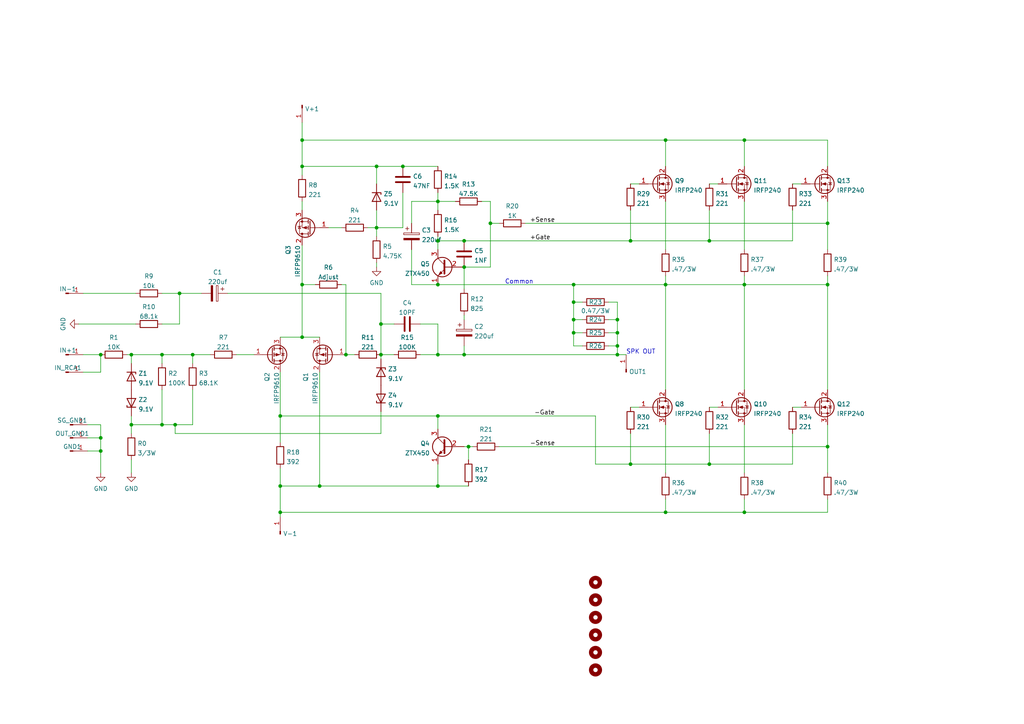
<source format=kicad_sch>
(kicad_sch (version 20211123) (generator eeschema)
  (paper "A4")
  (lib_symbols
    (symbol "Connector:Conn_01x01_Male" (pin_names (offset 1.016) hide)
      (property "Reference" "J" (at 0 2.54 0))
      (property "Value" "Conn_01x01_Male" (at 0 -2.54 0))
      (symbol "Conn_01x01_Male_1_1"
        (polyline (pts (xy 1.27 0) (xy 0.8636 0)) (stroke (width 0.1524)))
        (rectangle (start 0.8636 0.127) (end 0 -0.127) (stroke (width 0.1524)) (fill (type outline)))
        (pin passive line (at 5.08 0 180) (length 3.81) (name "Pin_1") (number "1"))
      )
    )
    (symbol "Device:C" (pin_numbers hide) (pin_names (offset 0.254))
      (property "Reference" "C" (at 0.635 2.54 0))
      (property "Value" "C" (at 0.635 -2.54 0))
      (symbol "C_0_1"
        (polyline (pts (xy -2.032 -0.762) (xy 2.032 -0.762)) (stroke (width 0.508)))
        (polyline (pts (xy -2.032 0.762) (xy 2.032 0.762)) (stroke (width 0.508)))
      )
      (symbol "C_1_1"
        (pin passive line (at 0 3.81 270) (length 2.794) (name "~") (number "1"))
        (pin passive line (at 0 -3.81 90) (length 2.794) (name "~") (number "2"))
      )
    )
    (symbol "Device:C_Polarized" (pin_numbers hide) (pin_names (offset 0.254))
      (property "Reference" "C" (at 0.635 2.54 0))
      (property "Value" "C_Polarized" (at 0.635 -2.54 0))
      (symbol "C_Polarized_0_1"
        (rectangle (start -2.286 0.508) (end 2.286 1.016))
        (polyline (pts (xy -1.778 2.286) (xy -0.762 2.286)))
        (polyline (pts (xy -1.27 2.794) (xy -1.27 1.778)))
        (rectangle (start 2.286 -0.508) (end -2.286 -1.016) (fill (type outline)))
      )
      (symbol "C_Polarized_1_1"
        (pin passive line (at 0 3.81 270) (length 2.794) (name "~") (number "1"))
        (pin passive line (at 0 -3.81 90) (length 2.794) (name "~") (number "2"))
      )
    )
    (symbol "Device:D_Zener" (pin_numbers hide) (pin_names (offset 1.016) hide)
      (property "Reference" "D" (at 0 2.54 0))
      (property "Value" "D_Zener" (at 0 -2.54 0))
      (symbol "D_Zener_0_1"
        (polyline (pts (xy 1.27 0) (xy -1.27 0)))
        (polyline (pts (xy -1.27 -1.27) (xy -1.27 1.27) (xy -0.762 1.27)) (stroke (width 0.254)))
        (polyline (pts (xy 1.27 -1.27) (xy 1.27 1.27) (xy -1.27 0) (xy 1.27 -1.27)) (stroke (width 0.254)))
      )
      (symbol "D_Zener_1_1"
        (pin passive line (at -3.81 0 0) (length 2.54) (name "K") (number "1"))
        (pin passive line (at 3.81 0 180) (length 2.54) (name "A") (number "2"))
      )
    )
    (symbol "Device:Q_NMOS_GDS" (pin_names (offset 0) hide)
      (property "Reference" "Q" (at 5.08 1.27 0))
      (property "Value" "Q_NMOS_GDS" (at 5.08 -1.27 0))
      (symbol "Q_NMOS_GDS_0_1"
        (polyline (pts (xy 0.254 0) (xy -2.54 0)))
        (polyline (pts (xy 0.254 1.905) (xy 0.254 -1.905)) (stroke (width 0.254)))
        (polyline (pts (xy 0.762 -1.27) (xy 0.762 -2.286)) (stroke (width 0.254)))
        (polyline (pts (xy 0.762 0.508) (xy 0.762 -0.508)) (stroke (width 0.254)))
        (polyline (pts (xy 0.762 2.286) (xy 0.762 1.27)) (stroke (width 0.254)))
        (polyline (pts (xy 2.54 2.54) (xy 2.54 1.778)))
        (polyline (pts (xy 2.54 -2.54) (xy 2.54 0) (xy 0.762 0)))
        (polyline (pts (xy 0.762 -1.778) (xy 3.302 -1.778) (xy 3.302 1.778) (xy 0.762 1.778)))
        (polyline (pts (xy 1.016 0) (xy 2.032 0.381) (xy 2.032 -0.381) (xy 1.016 0)) (fill (type outline)))
        (polyline (pts (xy 2.794 0.508) (xy 2.921 0.381) (xy 3.683 0.381) (xy 3.81 0.254)))
        (polyline (pts (xy 3.302 0.381) (xy 2.921 -0.254) (xy 3.683 -0.254) (xy 3.302 0.381)))
        (circle (center 1.651 0) (radius 2.794) (stroke (width 0.254)))
        (circle (center 2.54 -1.778) (radius 0.254) (fill (type outline)))
        (circle (center 2.54 1.778) (radius 0.254) (fill (type outline)))
      )
      (symbol "Q_NMOS_GDS_1_1"
        (pin input line (at -5.08 0 0) (length 2.54) (name "G") (number "1"))
        (pin passive line (at 2.54 5.08 270) (length 2.54) (name "D") (number "2"))
        (pin passive line (at 2.54 -5.08 90) (length 2.54) (name "S") (number "3"))
      )
    )
    (symbol "Device:Q_NPN_EBC" (pin_names (offset 0) hide)
      (property "Reference" "Q" (at 5.08 1.27 0))
      (property "Value" "Q_NPN_EBC" (at 5.08 -1.27 0))
      (symbol "Q_NPN_EBC_0_1"
        (polyline (pts (xy 0.635 0.635) (xy 2.54 2.54)))
        (polyline (pts (xy 0.635 -0.635) (xy 2.54 -2.54) (xy 2.54 -2.54)))
        (polyline (pts (xy 0.635 1.905) (xy 0.635 -1.905) (xy 0.635 -1.905)) (stroke (width 0.508)))
        (polyline (pts (xy 1.27 -1.778) (xy 1.778 -1.27) (xy 2.286 -2.286) (xy 1.27 -1.778) (xy 1.27 -1.778)) (fill (type outline)))
        (circle (center 1.27 0) (radius 2.8194) (stroke (width 0.254)))
      )
      (symbol "Q_NPN_EBC_1_1"
        (pin passive line (at 2.54 -5.08 90) (length 2.54) (name "E") (number "1"))
        (pin passive line (at -5.08 0 0) (length 5.715) (name "B") (number "2"))
        (pin passive line (at 2.54 5.08 270) (length 2.54) (name "C") (number "3"))
      )
    )
    (symbol "Device:Q_PMOS_GDS" (pin_names (offset 0) hide)
      (property "Reference" "Q" (at 5.08 1.27 0))
      (property "Value" "Q_PMOS_GDS" (at 5.08 -1.27 0))
      (symbol "Q_PMOS_GDS_0_1"
        (polyline (pts (xy 0.254 0) (xy -2.54 0)))
        (polyline (pts (xy 0.254 1.905) (xy 0.254 -1.905)) (stroke (width 0.254)))
        (polyline (pts (xy 0.762 -1.27) (xy 0.762 -2.286)) (stroke (width 0.254)))
        (polyline (pts (xy 0.762 0.508) (xy 0.762 -0.508)) (stroke (width 0.254)))
        (polyline (pts (xy 0.762 2.286) (xy 0.762 1.27)) (stroke (width 0.254)))
        (polyline (pts (xy 2.54 2.54) (xy 2.54 1.778)))
        (polyline (pts (xy 2.54 -2.54) (xy 2.54 0) (xy 0.762 0)))
        (polyline (pts (xy 0.762 1.778) (xy 3.302 1.778) (xy 3.302 -1.778) (xy 0.762 -1.778)))
        (polyline (pts (xy 2.286 0) (xy 1.27 0.381) (xy 1.27 -0.381) (xy 2.286 0)) (fill (type outline)))
        (polyline (pts (xy 2.794 -0.508) (xy 2.921 -0.381) (xy 3.683 -0.381) (xy 3.81 -0.254)))
        (polyline (pts (xy 3.302 -0.381) (xy 2.921 0.254) (xy 3.683 0.254) (xy 3.302 -0.381)))
        (circle (center 1.651 0) (radius 2.794) (stroke (width 0.254)))
        (circle (center 2.54 -1.778) (radius 0.254) (fill (type outline)))
        (circle (center 2.54 1.778) (radius 0.254) (fill (type outline)))
      )
      (symbol "Q_PMOS_GDS_1_1"
        (pin input line (at -5.08 0 0) (length 2.54) (name "G") (number "1"))
        (pin passive line (at 2.54 5.08 270) (length 2.54) (name "D") (number "2"))
        (pin passive line (at 2.54 -5.08 90) (length 2.54) (name "S") (number "3"))
      )
    )
    (symbol "Device:R" (pin_numbers hide) (pin_names (offset 0))
      (property "Reference" "R" (at 2.032 0 90))
      (property "Value" "R" (at 0 0 90))
      (symbol "R_0_1"
        (rectangle (start -1.016 -2.54) (end 1.016 2.54) (stroke (width 0.254)))
      )
      (symbol "R_1_1"
        (pin passive line (at 0 3.81 270) (length 1.27) (name "~") (number "1"))
        (pin passive line (at 0 -3.81 90) (length 1.27) (name "~") (number "2"))
      )
    )
    (symbol "Mechanical:MountingHole" (pin_names (offset 1.016))
      (property "Reference" "H" (at 0 5.08 0))
      (property "Value" "MountingHole" (at 0 3.175 0))
      (symbol "MountingHole_0_1"
        (circle (center 0 0) (radius 1.27) (stroke (width 1.27)))
      )
    )
    (symbol "power:GND" (power) (pin_names (offset 0))
      (property "Value" "GND" (at 0 -3.81 0))
      (symbol "GND_0_1"
        (polyline (pts (xy 0 0) (xy 0 -1.27) (xy 1.27 -1.27) (xy 0 -2.54) (xy -1.27 -1.27) (xy 0 -1.27)))
      )
      (symbol "GND_1_1"
        (pin power_in line (at 0 0 270) (length 0) hide (name "GND") (number "1"))
      )
    )
  )
  (junction (at 135.89 129.54))
  (junction (at 81.28 120.65))
  (junction (at 193.04 40.64))
  (junction (at 127 58.42))
  (junction (at 193.04 148.59))
  (junction (at 46.99 123.19))
  (junction (at 50.8 123.19))
  (junction (at 38.1 123.19))
  (junction (at 134.62 77.47))
  (junction (at 127 102.87))
  (junction (at 81.28 148.59))
  (junction (at 87.63 82.55))
  (junction (at 127 140.97))
  (junction (at 166.37 92.71))
  (junction (at 182.88 69.85))
  (junction (at 127 69.85))
  (junction (at 29.21 130.81))
  (junction (at 134.62 69.85))
  (junction (at 166.37 82.55))
  (junction (at 127 120.65))
  (junction (at 240.03 129.54))
  (junction (at 87.63 97.79))
  (junction (at 100.33 102.87))
  (junction (at 179.07 100.33))
  (junction (at 205.74 69.85))
  (junction (at 81.28 140.97))
  (junction (at 55.88 102.87))
  (junction (at 29.21 102.87))
  (junction (at 142.24 64.77))
  (junction (at 179.07 92.71))
  (junction (at 87.63 40.64))
  (junction (at 116.84 48.26))
  (junction (at 179.07 102.87))
  (junction (at 193.04 82.55))
  (junction (at 166.37 96.52))
  (junction (at 205.74 134.62))
  (junction (at 215.9 82.55))
  (junction (at 166.37 87.63))
  (junction (at 110.49 102.87))
  (junction (at 182.88 134.62))
  (junction (at 179.07 96.52))
  (junction (at 87.63 48.26))
  (junction (at 29.21 127))
  (junction (at 240.03 82.55))
  (junction (at 46.99 102.87))
  (junction (at 127 82.55))
  (junction (at 52.07 85.09))
  (junction (at 109.22 66.04))
  (junction (at 110.49 93.98))
  (junction (at 109.22 48.26))
  (junction (at 215.9 148.59))
  (junction (at 38.1 102.87))
  (junction (at 215.9 40.64))
  (junction (at 240.03 64.77))
  (junction (at 92.71 140.97))
  (junction (at 134.62 102.87))
  (wire (pts (xy 110.49 102.87) (xy 110.49 104.14)))
  (wire (pts (xy 193.04 40.64) (xy 215.9 40.64)))
  (wire (pts (xy 240.03 129.54) (xy 240.03 123.19)))
  (wire (pts (xy 50.8 123.19) (xy 50.8 125.73)))
  (wire (pts (xy 38.1 123.19) (xy 46.99 123.19)))
  (wire (pts (xy 182.88 69.85) (xy 182.88 60.96)))
  (wire (pts (xy 240.03 64.77) (xy 240.03 58.42)))
  (wire (pts (xy 66.04 85.09) (xy 110.49 85.09)))
  (wire (pts (xy 38.1 133.35) (xy 38.1 137.16)))
  (wire (pts (xy 127 58.42) (xy 132.08 58.42)))
  (wire (pts (xy 193.04 82.55) (xy 193.04 113.03)))
  (wire (pts (xy 179.07 102.87) (xy 181.61 102.87)))
  (wire (pts (xy 134.62 91.44) (xy 134.62 92.71)))
  (wire (pts (xy 179.07 87.63) (xy 179.07 92.71)))
  (wire (pts (xy 205.74 53.34) (xy 208.28 53.34)))
  (wire (pts (xy 215.9 148.59) (xy 240.03 148.59)))
  (wire (pts (xy 229.87 60.96) (xy 229.87 69.85)))
  (wire (pts (xy 81.28 97.79) (xy 87.63 97.79)))
  (wire (pts (xy 152.4 64.77) (xy 240.03 64.77)))
  (wire (pts (xy 127 69.85) (xy 127 72.39)))
  (wire (pts (xy 87.63 82.55) (xy 87.63 71.12)))
  (wire (pts (xy 215.9 40.64) (xy 215.9 48.26)))
  (wire (pts (xy 121.92 93.98) (xy 127 93.98)))
  (wire (pts (xy 193.04 144.78) (xy 193.04 148.59)))
  (wire (pts (xy 127 140.97) (xy 92.71 140.97)))
  (wire (pts (xy 110.49 119.38) (xy 110.49 125.73)))
  (wire (pts (xy 55.88 102.87) (xy 60.96 102.87)))
  (wire (pts (xy 166.37 96.52) (xy 166.37 92.71)))
  (wire (pts (xy 109.22 48.26) (xy 116.84 48.26)))
  (wire (pts (xy 38.1 123.19) (xy 38.1 125.73)))
  (wire (pts (xy 193.04 40.64) (xy 193.04 48.26)))
  (wire (pts (xy 127 93.98) (xy 127 102.87)))
  (wire (pts (xy 240.03 40.64) (xy 240.03 48.26)))
  (wire (pts (xy 134.62 77.47) (xy 134.62 83.82)))
  (wire (pts (xy 25.4 123.19) (xy 29.21 123.19)))
  (wire (pts (xy 92.71 140.97) (xy 81.28 140.97)))
  (wire (pts (xy 92.71 107.95) (xy 92.71 140.97)))
  (wire (pts (xy 110.49 102.87) (xy 114.3 102.87)))
  (wire (pts (xy 182.88 118.11) (xy 185.42 118.11)))
  (wire (pts (xy 55.88 113.03) (xy 55.88 123.19)))
  (wire (pts (xy 166.37 82.55) (xy 193.04 82.55)))
  (wire (pts (xy 229.87 118.11) (xy 232.41 118.11)))
  (wire (pts (xy 229.87 53.34) (xy 232.41 53.34)))
  (wire (pts (xy 46.99 102.87) (xy 55.88 102.87)))
  (wire (pts (xy 193.04 72.39) (xy 193.04 58.42)))
  (wire (pts (xy 38.1 102.87) (xy 38.1 105.41)))
  (wire (pts (xy 81.28 148.59) (xy 193.04 148.59)))
  (wire (pts (xy 135.89 129.54) (xy 137.16 129.54)))
  (wire (pts (xy 116.84 48.26) (xy 127 48.26)))
  (wire (pts (xy 87.63 58.42) (xy 87.63 60.96)))
  (wire (pts (xy 193.04 137.16) (xy 193.04 123.19)))
  (wire (pts (xy 229.87 125.73) (xy 229.87 134.62)))
  (wire (pts (xy 116.84 55.88) (xy 116.84 66.04)))
  (wire (pts (xy 142.24 64.77) (xy 144.78 64.77)))
  (wire (pts (xy 119.38 58.42) (xy 127 58.42)))
  (wire (pts (xy 119.38 64.77) (xy 119.38 58.42)))
  (wire (pts (xy 110.49 93.98) (xy 110.49 102.87)))
  (wire (pts (xy 119.38 72.39) (xy 119.38 82.55)))
  (wire (pts (xy 127 68.58) (xy 127 69.85)))
  (wire (pts (xy 168.91 100.33) (xy 166.37 100.33)))
  (wire (pts (xy 127 134.62) (xy 127 140.97)))
  (wire (pts (xy 52.07 85.09) (xy 58.42 85.09)))
  (wire (pts (xy 142.24 58.42) (xy 139.7 58.42)))
  (wire (pts (xy 24.13 107.95) (xy 29.21 107.95)))
  (wire (pts (xy 205.74 125.73) (xy 205.74 134.62)))
  (wire (pts (xy 215.9 82.55) (xy 215.9 113.03)))
  (wire (pts (xy 110.49 93.98) (xy 114.3 93.98)))
  (wire (pts (xy 176.53 87.63) (xy 179.07 87.63)))
  (wire (pts (xy 46.99 102.87) (xy 46.99 105.41)))
  (wire (pts (xy 205.74 60.96) (xy 205.74 69.85)))
  (wire (pts (xy 142.24 77.47) (xy 142.24 64.77)))
  (wire (pts (xy 81.28 140.97) (xy 81.28 148.59)))
  (wire (pts (xy 215.9 137.16) (xy 215.9 123.19)))
  (wire (pts (xy 176.53 96.52) (xy 179.07 96.52)))
  (wire (pts (xy 52.07 85.09) (xy 52.07 93.98)))
  (wire (pts (xy 81.28 135.89) (xy 81.28 140.97)))
  (wire (pts (xy 109.22 60.96) (xy 109.22 66.04)))
  (wire (pts (xy 144.78 129.54) (xy 240.03 129.54)))
  (wire (pts (xy 166.37 92.71) (xy 168.91 92.71)))
  (wire (pts (xy 176.53 92.71) (xy 179.07 92.71)))
  (wire (pts (xy 215.9 82.55) (xy 240.03 82.55)))
  (wire (pts (xy 127 120.65) (xy 172.72 120.65)))
  (wire (pts (xy 166.37 82.55) (xy 166.37 87.63)))
  (wire (pts (xy 193.04 82.55) (xy 215.9 82.55)))
  (wire (pts (xy 106.68 66.04) (xy 109.22 66.04)))
  (wire (pts (xy 172.72 134.62) (xy 182.88 134.62)))
  (wire (pts (xy 215.9 144.78) (xy 215.9 148.59)))
  (wire (pts (xy 36.83 102.87) (xy 38.1 102.87)))
  (wire (pts (xy 38.1 120.65) (xy 38.1 123.19)))
  (wire (pts (xy 179.07 100.33) (xy 179.07 102.87)))
  (wire (pts (xy 229.87 134.62) (xy 205.74 134.62)))
  (wire (pts (xy 166.37 96.52) (xy 168.91 96.52)))
  (wire (pts (xy 110.49 85.09) (xy 110.49 93.98)))
  (wire (pts (xy 109.22 53.34) (xy 109.22 48.26)))
  (wire (pts (xy 134.62 69.85) (xy 182.88 69.85)))
  (wire (pts (xy 87.63 40.64) (xy 193.04 40.64)))
  (wire (pts (xy 121.92 102.87) (xy 127 102.87)))
  (wire (pts (xy 109.22 48.26) (xy 87.63 48.26)))
  (wire (pts (xy 24.13 85.09) (xy 39.37 85.09)))
  (wire (pts (xy 29.21 107.95) (xy 29.21 102.87)))
  (wire (pts (xy 182.88 134.62) (xy 182.88 125.73)))
  (wire (pts (xy 142.24 64.77) (xy 142.24 58.42)))
  (wire (pts (xy 81.28 107.95) (xy 81.28 120.65)))
  (wire (pts (xy 134.62 129.54) (xy 135.89 129.54)))
  (wire (pts (xy 240.03 72.39) (xy 240.03 64.77)))
  (wire (pts (xy 240.03 82.55) (xy 240.03 113.03)))
  (wire (pts (xy 172.72 120.65) (xy 172.72 134.62)))
  (wire (pts (xy 87.63 97.79) (xy 92.71 97.79)))
  (wire (pts (xy 127 102.87) (xy 134.62 102.87)))
  (wire (pts (xy 205.74 118.11) (xy 208.28 118.11)))
  (wire (pts (xy 166.37 92.71) (xy 166.37 87.63)))
  (wire (pts (xy 166.37 100.33) (xy 166.37 96.52)))
  (wire (pts (xy 81.28 120.65) (xy 127 120.65)))
  (wire (pts (xy 205.74 69.85) (xy 182.88 69.85)))
  (wire (pts (xy 29.21 130.81) (xy 29.21 137.16)))
  (wire (pts (xy 81.28 148.59) (xy 81.28 149.86)))
  (wire (pts (xy 134.62 77.47) (xy 142.24 77.47)))
  (wire (pts (xy 38.1 102.87) (xy 46.99 102.87)))
  (wire (pts (xy 205.74 134.62) (xy 182.88 134.62)))
  (wire (pts (xy 87.63 82.55) (xy 91.44 82.55)))
  (wire (pts (xy 95.25 66.04) (xy 99.06 66.04)))
  (wire (pts (xy 179.07 92.71) (xy 179.07 96.52)))
  (wire (pts (xy 127 82.55) (xy 166.37 82.55)))
  (wire (pts (xy 119.38 82.55) (xy 127 82.55)))
  (wire (pts (xy 24.13 102.87) (xy 29.21 102.87)))
  (wire (pts (xy 109.22 76.2) (xy 109.22 77.47)))
  (wire (pts (xy 100.33 102.87) (xy 102.87 102.87)))
  (wire (pts (xy 55.88 102.87) (xy 55.88 105.41)))
  (wire (pts (xy 29.21 127) (xy 29.21 130.81)))
  (wire (pts (xy 99.06 82.55) (xy 100.33 82.55)))
  (wire (pts (xy 166.37 87.63) (xy 168.91 87.63)))
  (wire (pts (xy 134.62 102.87) (xy 179.07 102.87)))
  (wire (pts (xy 215.9 80.01) (xy 215.9 82.55)))
  (wire (pts (xy 215.9 72.39) (xy 215.9 58.42)))
  (wire (pts (xy 87.63 48.26) (xy 87.63 50.8)))
  (wire (pts (xy 52.07 93.98) (xy 46.99 93.98)))
  (wire (pts (xy 29.21 123.19) (xy 29.21 127)))
  (wire (pts (xy 46.99 123.19) (xy 50.8 123.19)))
  (wire (pts (xy 240.03 137.16) (xy 240.03 129.54)))
  (wire (pts (xy 240.03 80.01) (xy 240.03 82.55)))
  (wire (pts (xy 127 120.65) (xy 127 124.46)))
  (wire (pts (xy 100.33 82.55) (xy 100.33 102.87)))
  (wire (pts (xy 179.07 96.52) (xy 179.07 100.33)))
  (wire (pts (xy 134.62 100.33) (xy 134.62 102.87)))
  (wire (pts (xy 116.84 66.04) (xy 109.22 66.04)))
  (wire (pts (xy 127 69.85) (xy 134.62 69.85)))
  (wire (pts (xy 46.99 85.09) (xy 52.07 85.09)))
  (wire (pts (xy 240.03 144.78) (xy 240.03 148.59)))
  (wire (pts (xy 25.4 127) (xy 29.21 127)))
  (wire (pts (xy 182.88 53.34) (xy 185.42 53.34)))
  (wire (pts (xy 176.53 100.33) (xy 179.07 100.33)))
  (wire (pts (xy 87.63 35.56) (xy 87.63 40.64)))
  (wire (pts (xy 193.04 80.01) (xy 193.04 82.55)))
  (wire (pts (xy 87.63 40.64) (xy 87.63 48.26)))
  (wire (pts (xy 22.86 93.98) (xy 39.37 93.98)))
  (wire (pts (xy 110.49 125.73) (xy 50.8 125.73)))
  (wire (pts (xy 46.99 113.03) (xy 46.99 123.19)))
  (wire (pts (xy 215.9 40.64) (xy 240.03 40.64)))
  (wire (pts (xy 50.8 123.19) (xy 55.88 123.19)))
  (wire (pts (xy 193.04 148.59) (xy 215.9 148.59)))
  (wire (pts (xy 135.89 129.54) (xy 135.89 133.35)))
  (wire (pts (xy 127 140.97) (xy 135.89 140.97)))
  (wire (pts (xy 25.4 130.81) (xy 29.21 130.81)))
  (wire (pts (xy 109.22 66.04) (xy 109.22 68.58)))
  (wire (pts (xy 127 55.88) (xy 127 58.42)))
  (wire (pts (xy 229.87 69.85) (xy 205.74 69.85)))
  (wire (pts (xy 127 58.42) (xy 127 60.96)))
  (wire (pts (xy 81.28 120.65) (xy 81.28 128.27)))
  (wire (pts (xy 68.58 102.87) (xy 73.66 102.87)))
  (wire (pts (xy 87.63 97.79) (xy 87.63 82.55)))
  (text "SPK OUT\n" (at 181.61 102.87 0) (effects (font (size 1.27 1.27)) (justify left bottom)))
  (text "Common\n" (at 146.431 82.55 0) (effects (font (size 1.27 1.27)) (justify left bottom)))
  (label "-Sense" (at 153.67 129.54 0))
  (label "+Sense" (at 153.67 64.77 0))
  (label "+Gate" (at 153.67 69.85 0))
  (label "-Gate" (at 154.94 120.65 0))
  (symbol (lib_id "Device:D_Zener") (at 109.22 57.15 270) (unit 1)
    (property "Reference" "Z5" (at 111.252 56.2415 90) (effects (justify left)))
    (property "Value" "9.1V" (at 111.252 59.0166 90) (effects (justify left)))
    (property "Footprint" "Diode_SMD:D_SMA" (effects hide))
  )
  (symbol (lib_id "Device:R") (at 64.77 102.87 90) (unit 1)
    (property "Reference" "R7" (at 64.77 97.8875 90))
    (property "Value" "221" (at 64.77 100.6626 90))
    (property "Footprint" "Resistor_SMD:R_1206_3216Metric" (effects hide))
  )
  (symbol (lib_id "Connector:Conn_01x01_Male") (at 20.32 123.19 0) (unit 1)
    (property "Reference" "SG_GND1" (at 20.955 121.9223 0))
    (property "Value" "Conn_01x01_Male" (effects hide))
    (property "Footprint" "Custom Library:Spade Conector 6.3mm TE_1217861" (effects hide))
  )
  (symbol (lib_id "Device:D_Zener") (at 38.1 116.84 90) (unit 1)
    (property "Reference" "Z2" (at 40.132 115.9315 90) (effects (justify right)))
    (property "Value" "9.1V" (at 40.132 118.7066 90) (effects (justify right)))
    (property "Footprint" "Diode_SMD:D_SMA" (effects hide))
  )
  (symbol (lib_id "Device:C_Polarized") (at 134.62 96.52 0) (unit 1)
    (property "Reference" "C2" (at 137.541 94.7225 0) (effects (justify left)))
    (property "Value" "220uf" (at 137.541 97.4976 0) (effects (justify left)))
    (property "Footprint" "Capacitor_SMD:CP_Elec_6.3x5.4_Nichicon" (effects hide))
  )
  (symbol (lib_id "Device:R") (at 215.9 140.97 0) (unit 1)
    (property "Reference" "R38" (at 217.678 140.0615 0) (effects (justify left)))
    (property "Value" ".47/3W" (at 217.678 142.8366 0) (effects (justify left)))
    (property "Footprint" "Resistor_SMD:R_2512_6332Metric" (effects hide))
  )
  (symbol (lib_id "Device:C") (at 118.11 93.98 90) (unit 1)
    (property "Reference" "C4" (at 118.11 87.8545 90))
    (property "Value" "10PF" (at 118.11 90.6296 90))
    (property "Footprint" "Capacitor_THT:C_Rect_L7.0mm_W3.5mm_P2.50mm_P5.00mm" (effects hide))
  )
  (symbol (lib_id "Device:R") (at 205.74 57.15 180) (unit 1)
    (property "Reference" "R31" (at 207.518 56.2415 0) (effects (justify right)))
    (property "Value" "221" (at 207.518 59.0166 0) (effects (justify right)))
    (property "Footprint" "Resistor_SMD:R_1206_3216Metric" (effects hide))
  )
  (symbol (lib_id "Device:Q_NMOS_GDS") (at 190.5 118.11 0) (unit 1)
    (property "Reference" "Q8" (at 195.707 117.2015 0) (effects (justify left)))
    (property "Value" "IRFP240" (at 195.707 119.9766 0) (effects (justify left)))
    (property "Footprint" "Package_TO_SOT_THT:TO-247-3_Vertical" (effects hide))
  )
  (symbol (lib_id "Device:Q_PMOS_GDS") (at 95.25 102.87 180) (unit 1)
    (property "Reference" "Q1" (at 88.6649 107.95 90) (effects (justify left)))
    (property "Value" "IRFP9610" (at 91.44 107.95 90) (effects (justify left)))
    (property "Footprint" "Package_TO_SOT_THT:TO-220-3_Horizontal_TabDown" (effects hide))
  )
  (symbol (lib_id "Device:R") (at 127 52.07 180) (unit 1)
    (property "Reference" "R14" (at 128.778 51.1615 0) (effects (justify right)))
    (property "Value" "1.5K" (at 128.778 53.9366 0) (effects (justify right)))
    (property "Footprint" "Resistor_SMD:R_1206_3216Metric" (effects hide))
  )
  (symbol (lib_id "Device:Q_PMOS_GDS") (at 90.17 66.04 180) (unit 1)
    (property "Reference" "Q3" (at 83.5849 71.12 90) (effects (justify left)))
    (property "Value" "IRFP9610" (at 86.36 71.12 90) (effects (justify left)))
    (property "Footprint" "Package_TO_SOT_THT:TO-220-3_Horizontal_TabDown" (effects hide))
  )
  (symbol (lib_id "Device:R") (at 43.18 93.98 90) (unit 1)
    (property "Reference" "R10" (at 43.18 88.9975 90))
    (property "Value" "68.1k" (at 43.18 91.7726 90))
    (property "Footprint" "Resistor_SMD:R_1206_3216Metric" (effects hide))
  )
  (symbol (lib_id "Device:C_Polarized") (at 119.38 68.58 0) (unit 1)
    (property "Reference" "C3" (at 122.301 66.7825 0) (effects (justify left)))
    (property "Value" "220uf" (at 122.301 69.5576 0) (effects (justify left)))
    (property "Footprint" "Capacitor_SMD:CP_Elec_6.3x5.4_Nichicon" (effects hide))
  )
  (symbol (lib_id "Mechanical:MountingHole") (at 172.72 173.99 0) (unit 1)
    (property "Reference" "H2" (effects hide))
    (property "Value" "MountingHole" (effects hide))
    (property "Footprint" "MountingHole:MountingHole_3.2mm_M3" (effects hide))
  )
  (symbol (lib_id "Device:D_Zener") (at 110.49 115.57 90) (unit 1)
    (property "Reference" "Z4" (at 112.522 114.6615 90) (effects (justify right)))
    (property "Value" "9.1V" (at 112.522 117.4366 90) (effects (justify right)))
    (property "Footprint" "Diode_SMD:D_SMA" (effects hide))
  )
  (symbol (lib_id "Device:D_Zener") (at 38.1 109.22 270) (unit 1)
    (property "Reference" "Z1" (at 40.132 108.3115 90) (effects (justify left)))
    (property "Value" "9.1V" (at 40.132 111.0866 90) (effects (justify left)))
    (property "Footprint" "Diode_SMD:D_SMA" (effects hide))
  )
  (symbol (lib_id "Device:Q_NPN_EBC") (at 129.54 77.47 0) (mirror y) (unit 1)
    (property "Reference" "Q5" (at 124.6887 76.5615 0) (effects (justify left)))
    (property "Value" "ZTX450" (at 124.6887 79.3366 0) (effects (justify left)))
    (property "Footprint" "Package_TO_SOT_THT:TO-92L_Inline_Wide" (effects hide))
  )
  (symbol (lib_id "Device:R") (at 95.25 82.55 90) (unit 1)
    (property "Reference" "R6" (at 95.25 77.5675 90))
    (property "Value" "Adjust" (at 95.25 80.3426 90))
    (property "Footprint" "Resistor_SMD:R_1206_3216Metric" (effects hide))
  )
  (symbol (lib_id "Device:Q_NMOS_GDS") (at 213.36 118.11 0) (unit 1)
    (property "Reference" "Q10" (at 218.567 117.2015 0) (effects (justify left)))
    (property "Value" "IRFP240" (at 218.567 119.9766 0) (effects (justify left)))
    (property "Footprint" "Package_TO_SOT_THT:TO-247-3_Vertical" (effects hide))
  )
  (symbol (lib_id "Device:R") (at 229.87 57.15 180) (unit 1)
    (property "Reference" "R33" (at 231.648 56.2415 0) (effects (justify right)))
    (property "Value" "221" (at 231.648 59.0166 0) (effects (justify right)))
    (property "Footprint" "Resistor_SMD:R_1206_3216Metric" (effects hide))
  )
  (symbol (lib_id "Device:R") (at 118.11 102.87 90) (unit 1)
    (property "Reference" "R15" (at 118.11 97.8875 90))
    (property "Value" "100K" (at 118.11 100.6626 90))
    (property "Footprint" "Resistor_SMD:R_1206_3216Metric" (effects hide))
  )
  (symbol (lib_id "power:GND") (at 109.22 77.47 0) (unit 1)
    (property "Reference" "#PWR0101" (effects hide))
    (property "Value" "GND" (at 109.22 82.0325 0))
  )
  (symbol (lib_id "Device:R") (at 148.59 64.77 270) (unit 1)
    (property "Reference" "R20" (at 148.59 59.7875 90))
    (property "Value" "1K" (at 148.59 62.5626 90))
    (property "Footprint" "Resistor_SMD:R_1206_3216Metric" (effects hide))
  )
  (symbol (lib_id "Device:R") (at 43.18 85.09 90) (unit 1)
    (property "Reference" "R9" (at 43.18 80.1075 90))
    (property "Value" "10k" (at 43.18 82.8826 90))
    (property "Footprint" "Resistor_SMD:R_1206_3216Metric" (effects hide))
  )
  (symbol (lib_id "Device:Q_NMOS_GDS") (at 237.49 53.34 0) (unit 1)
    (property "Reference" "Q13" (at 242.697 52.4315 0) (effects (justify left)))
    (property "Value" "IRFP240" (at 242.697 55.2066 0) (effects (justify left)))
    (property "Footprint" "Package_TO_SOT_THT:TO-247-3_Vertical" (effects hide))
  )
  (symbol (lib_id "Device:R") (at 172.72 87.63 90) (unit 1)
    (property "Reference" "R23" (at 172.72 87.63 90))
    (property "Value" "0.47/3W" (at 172.72 90.17 90))
    (property "Footprint" "Resistor_SMD:R_2512_6332Metric" (effects hide))
  )
  (symbol (lib_id "Device:R") (at 33.02 102.87 90) (unit 1)
    (property "Reference" "R1" (at 33.02 97.8875 90))
    (property "Value" "10K" (at 33.02 100.6626 90))
    (property "Footprint" "Resistor_SMD:R_1206_3216Metric" (effects hide))
  )
  (symbol (lib_id "Device:R") (at 87.63 54.61 180) (unit 1)
    (property "Reference" "R8" (at 89.408 53.7015 0) (effects (justify right)))
    (property "Value" "221" (at 89.408 56.4766 0) (effects (justify right)))
    (property "Footprint" "Resistor_SMD:R_1206_3216Metric" (effects hide))
  )
  (symbol (lib_id "Device:R") (at 172.72 92.71 90) (unit 1)
    (property "Reference" "R24" (at 172.72 92.71 90))
    (property "Value" "0.47/3W" (effects hide))
    (property "Footprint" "Resistor_SMD:R_2512_6332Metric" (effects hide))
  )
  (symbol (lib_id "Device:Q_PMOS_GDS") (at 78.74 102.87 0) (mirror x) (unit 1)
    (property "Reference" "Q2" (at 77.47 107.95 90) (effects (justify left)))
    (property "Value" "IRFP9610" (at 80.2451 107.95 90) (effects (justify left)))
    (property "Footprint" "Package_TO_SOT_THT:TO-220-3_Horizontal_TabDown" (effects hide))
  )
  (symbol (lib_id "Device:R") (at 135.89 137.16 180) (unit 1)
    (property "Reference" "R17" (at 137.668 136.2515 0) (effects (justify right)))
    (property "Value" "392" (at 137.668 139.0266 0) (effects (justify right)))
    (property "Footprint" "Resistor_SMD:R_1206_3216Metric" (effects hide))
  )
  (symbol (lib_id "power:GND") (at 22.86 93.98 270) (unit 1)
    (property "Reference" "#PWR0102" (effects hide))
    (property "Value" "GND" (at 18.2975 93.98 0))
  )
  (symbol (lib_id "power:GND") (at 29.21 137.16 0) (unit 1)
    (property "Reference" "#PWR0104" (effects hide))
    (property "Value" "GND" (at 29.21 141.7225 0))
  )
  (symbol (lib_id "Mechanical:MountingHole") (at 172.72 189.23 0) (unit 1)
    (property "Reference" "H5" (effects hide))
    (property "Value" "MountingHole" (effects hide))
    (property "Footprint" "MountingHole:MountingHole_3.2mm_M3" (effects hide))
  )
  (symbol (lib_id "Mechanical:MountingHole") (at 172.72 184.15 0) (unit 1)
    (property "Reference" "H4" (effects hide))
    (property "Value" "MountingHole" (effects hide))
    (property "Footprint" "MountingHole:MountingHole_3.2mm_M3" (effects hide))
  )
  (symbol (lib_id "Device:R") (at 106.68 102.87 90) (unit 1)
    (property "Reference" "R11" (at 106.68 97.8875 90))
    (property "Value" "221" (at 106.68 100.6626 90))
    (property "Footprint" "Resistor_SMD:R_1206_3216Metric" (effects hide))
  )
  (symbol (lib_id "Device:C") (at 116.84 52.07 0) (unit 1)
    (property "Reference" "C6" (at 119.761 51.1615 0) (effects (justify left)))
    (property "Value" "47NF" (at 119.761 53.9366 0) (effects (justify left)))
    (property "Footprint" "Capacitor_THT:C_Rect_L7.2mm_W4.5mm_P5.00mm_FKS2_FKP2_MKS2_MKP2" (effects hide))
  )
  (symbol (lib_id "Device:Q_NMOS_GDS") (at 237.49 118.11 0) (unit 1)
    (property "Reference" "Q12" (at 242.697 117.2015 0) (effects (justify left)))
    (property "Value" "IRFP240" (at 242.697 119.9766 0) (effects (justify left)))
    (property "Footprint" "Package_TO_SOT_THT:TO-247-3_Vertical" (effects hide))
  )
  (symbol (lib_id "Device:D_Zener") (at 110.49 107.95 270) (unit 1)
    (property "Reference" "Z3" (at 112.522 107.0415 90) (effects (justify left)))
    (property "Value" "9.1V" (at 112.522 109.8166 90) (effects (justify left)))
    (property "Footprint" "Diode_SMD:D_SMA" (effects hide))
  )
  (symbol (lib_id "Device:R") (at 182.88 57.15 180) (unit 1)
    (property "Reference" "R29" (at 184.658 56.2415 0) (effects (justify right)))
    (property "Value" "221" (at 184.658 59.0166 0) (effects (justify right)))
    (property "Footprint" "Resistor_SMD:R_1206_3216Metric" (effects hide))
  )
  (symbol (lib_id "Connector:Conn_01x01_Male") (at 19.05 107.95 0) (unit 1)
    (property "Reference" "IN_RCA1" (at 19.685 106.6823 0))
    (property "Value" "Conn_01x01_Male" (effects hide))
    (property "Footprint" "Custom Library:Spade Conector 6.3mm TE_1217861" (effects hide))
  )
  (symbol (lib_id "Connector:Conn_01x01_Male") (at 81.28 154.94 90) (unit 1)
    (property "Reference" "V-1" (at 82.1182 154.784 90) (effects (justify right)))
    (property "Value" "Conn_01x01_Male" (effects hide))
    (property "Footprint" "Custom Library:Spade Conector 6.3mm TE_1217861" (effects hide))
  )
  (symbol (lib_id "Connector:Conn_01x01_Male") (at 181.61 107.95 90) (unit 1)
    (property "Reference" "OUT1" (at 182.4482 107.794 90) (effects (justify right)))
    (property "Value" "Conn_01x01_Male" (effects hide))
    (property "Footprint" "Custom Library:Spade Conector 6.3mm TE_1217861" (effects hide))
  )
  (symbol (lib_id "Device:R") (at 134.62 87.63 180) (unit 1)
    (property "Reference" "R12" (at 136.398 86.7215 0) (effects (justify right)))
    (property "Value" "825" (at 136.398 89.4966 0) (effects (justify right)))
    (property "Footprint" "Resistor_SMD:R_1206_3216Metric" (effects hide))
  )
  (symbol (lib_id "Device:R") (at 240.03 140.97 0) (unit 1)
    (property "Reference" "R40" (at 241.808 140.0615 0) (effects (justify left)))
    (property "Value" ".47/3W" (at 241.808 142.8366 0) (effects (justify left)))
    (property "Footprint" "Resistor_SMD:R_2512_6332Metric" (effects hide))
  )
  (symbol (lib_id "Device:R") (at 55.88 109.22 0) (unit 1)
    (property "Reference" "R3" (at 57.658 108.3115 0) (effects (justify left)))
    (property "Value" "68.1K" (at 57.658 111.0866 0) (effects (justify left)))
    (property "Footprint" "Resistor_SMD:R_1206_3216Metric" (effects hide))
  )
  (symbol (lib_id "Device:R") (at 38.1 129.54 0) (unit 1)
    (property "Reference" "R0" (at 39.878 128.6315 0) (effects (justify left)))
    (property "Value" "3/3W" (at 39.878 131.4066 0) (effects (justify left)))
    (property "Footprint" "Resistor_SMD:R_2512_6332Metric" (effects hide))
  )
  (symbol (lib_id "Device:R") (at 193.04 140.97 0) (unit 1)
    (property "Reference" "R36" (at 194.818 140.0615 0) (effects (justify left)))
    (property "Value" ".47/3W" (at 194.818 142.8366 0) (effects (justify left)))
    (property "Footprint" "Resistor_SMD:R_2512_6332Metric" (effects hide))
  )
  (symbol (lib_id "Mechanical:MountingHole") (at 172.72 168.91 0) (unit 1)
    (property "Reference" "H1" (effects hide))
    (property "Value" "MountingHole" (effects hide))
    (property "Footprint" "MountingHole:MountingHole_3.2mm_M3" (effects hide))
  )
  (symbol (lib_id "Device:Q_NMOS_GDS") (at 190.5 53.34 0) (unit 1)
    (property "Reference" "Q9" (at 195.707 52.4315 0) (effects (justify left)))
    (property "Value" "IRFP240" (at 195.707 55.2066 0) (effects (justify left)))
    (property "Footprint" "Package_TO_SOT_THT:TO-247-3_Vertical" (effects hide))
  )
  (symbol (lib_id "Device:R") (at 81.28 132.08 180) (unit 1)
    (property "Reference" "R18" (at 83.058 131.1715 0) (effects (justify right)))
    (property "Value" "392" (at 83.058 133.9466 0) (effects (justify right)))
    (property "Footprint" "Resistor_SMD:R_1206_3216Metric" (effects hide))
  )
  (symbol (lib_id "Device:R") (at 205.74 121.92 180) (unit 1)
    (property "Reference" "R32" (at 207.518 121.0115 0) (effects (justify right)))
    (property "Value" "221" (at 207.518 123.7866 0) (effects (justify right)))
    (property "Footprint" "Resistor_SMD:R_1206_3216Metric" (effects hide))
  )
  (symbol (lib_id "Device:R") (at 229.87 121.92 180) (unit 1)
    (property "Reference" "R34" (at 231.648 121.0115 0) (effects (justify right)))
    (property "Value" "221" (at 231.648 123.7866 0) (effects (justify right)))
    (property "Footprint" "Resistor_SMD:R_1206_3216Metric" (effects hide))
  )
  (symbol (lib_id "Device:R") (at 135.89 58.42 90) (unit 1)
    (property "Reference" "R13" (at 135.89 53.4375 90))
    (property "Value" "47.5K" (at 135.89 56.2126 90))
    (property "Footprint" "Resistor_SMD:R_1206_3216Metric" (effects hide))
  )
  (symbol (lib_id "Device:R") (at 102.87 66.04 90) (unit 1)
    (property "Reference" "R4" (at 102.87 61.0575 90))
    (property "Value" "221" (at 102.87 63.8326 90))
    (property "Footprint" "Resistor_SMD:R_1206_3216Metric" (effects hide))
  )
  (symbol (lib_id "Mechanical:MountingHole") (at 172.72 194.31 0) (unit 1)
    (property "Reference" "H6" (effects hide))
    (property "Value" "MountingHole" (effects hide))
    (property "Footprint" "MountingHole:MountingHole_3.2mm_M3" (effects hide))
  )
  (symbol (lib_id "Device:R") (at 182.88 121.92 180) (unit 1)
    (property "Reference" "R30" (at 184.658 121.0115 0) (effects (justify right)))
    (property "Value" "221" (at 184.658 123.7866 0) (effects (justify right)))
    (property "Footprint" "Resistor_SMD:R_1206_3216Metric" (effects hide))
  )
  (symbol (lib_id "Device:R") (at 127 64.77 180) (unit 1)
    (property "Reference" "R16" (at 128.778 63.8615 0) (effects (justify right)))
    (property "Value" "1.5K" (at 128.778 66.6366 0) (effects (justify right)))
    (property "Footprint" "Resistor_SMD:R_1206_3216Metric" (effects hide))
  )
  (symbol (lib_id "power:GND") (at 38.1 137.16 0) (unit 1)
    (property "Reference" "#PWR0103" (effects hide))
    (property "Value" "GND" (at 38.1 141.7225 0))
  )
  (symbol (lib_id "Connector:Conn_01x01_Male") (at 87.63 30.48 270) (unit 1)
    (property "Reference" "V+1" (at 88.4682 31.594 90) (effects (justify left)))
    (property "Value" "Conn_01x01_Male" (effects hide))
    (property "Footprint" "Custom Library:Spade Conector 6.3mm TE_1217861" (effects hide))
  )
  (symbol (lib_id "Device:R") (at 215.9 76.2 0) (unit 1)
    (property "Reference" "R37" (at 217.678 75.2915 0) (effects (justify left)))
    (property "Value" ".47/3W" (at 217.678 78.0666 0) (effects (justify left)))
    (property "Footprint" "Resistor_SMD:R_2512_6332Metric" (effects hide))
  )
  (symbol (lib_id "Device:R") (at 140.97 129.54 270) (unit 1)
    (property "Reference" "R21" (at 140.97 124.5575 90))
    (property "Value" "221" (at 140.97 127.3326 90))
    (property "Footprint" "Resistor_SMD:R_1206_3216Metric" (effects hide))
  )
  (symbol (lib_id "Device:Q_NPN_EBC") (at 129.54 129.54 0) (mirror y) (unit 1)
    (property "Reference" "Q4" (at 124.6887 128.6315 0) (effects (justify left)))
    (property "Value" "ZTX450" (at 124.6887 131.4066 0) (effects (justify left)))
    (property "Footprint" "Package_TO_SOT_THT:TO-92L_Inline_Wide" (effects hide))
  )
  (symbol (lib_id "Mechanical:MountingHole") (at 172.72 179.07 0) (unit 1)
    (property "Reference" "H3" (effects hide))
    (property "Value" "MountingHole" (effects hide))
    (property "Footprint" "MountingHole:MountingHole_3.2mm_M3" (effects hide))
  )
  (symbol (lib_id "Device:C") (at 134.62 73.66 0) (unit 1)
    (property "Reference" "C5" (at 137.541 72.7515 0) (effects (justify left)))
    (property "Value" "1NF" (at 137.541 75.5266 0) (effects (justify left)))
    (property "Footprint" "Capacitor_THT:C_Rect_L7.0mm_W3.5mm_P2.50mm_P5.00mm" (effects hide))
  )
  (symbol (lib_id "Device:R") (at 172.72 100.33 90) (unit 1)
    (property "Reference" "R26" (at 172.72 100.33 90))
    (property "Value" "0.47/3W" (effects hide))
    (property "Footprint" "Resistor_SMD:R_2512_6332Metric" (effects hide))
  )
  (symbol (lib_id "Device:R") (at 193.04 76.2 0) (unit 1)
    (property "Reference" "R35" (at 194.818 75.2915 0) (effects (justify left)))
    (property "Value" ".47/3W" (at 194.818 78.0666 0) (effects (justify left)))
    (property "Footprint" "Resistor_SMD:R_2512_6332Metric" (effects hide))
  )
  (symbol (lib_id "Device:Q_NMOS_GDS") (at 213.36 53.34 0) (unit 1)
    (property "Reference" "Q11" (at 218.567 52.4315 0) (effects (justify left)))
    (property "Value" "IRFP240" (at 218.567 55.2066 0) (effects (justify left)))
    (property "Footprint" "Package_TO_SOT_THT:TO-247-3_Vertical" (effects hide))
  )
  (symbol (lib_id "Device:C_Polarized") (at 62.23 85.09 270) (unit 1)
    (property "Reference" "C1" (at 63.119 78.9645 90))
    (property "Value" "220uf" (at 63.119 81.7396 90))
    (property "Footprint" "Capacitor_SMD:CP_Elec_6.3x5.4_Nichicon" (effects hide))
  )
  (symbol (lib_id "Connector:Conn_01x01_Male") (at 19.05 102.87 0) (unit 1)
    (property "Reference" "IN+1" (at 19.685 101.6023 0))
    (property "Value" "Conn_01x01_Male" (effects hide))
    (property "Footprint" "Custom Library:Spade Conector 6.3mm TE_1217861" (effects hide))
  )
  (symbol (lib_id "Device:R") (at 46.99 109.22 0) (unit 1)
    (property "Reference" "R2" (at 48.768 108.3115 0) (effects (justify left)))
    (property "Value" "100K" (at 48.768 111.0866 0) (effects (justify left)))
    (property "Footprint" "Resistor_SMD:R_1206_3216Metric" (effects hide))
  )
  (symbol (lib_id "Connector:Conn_01x01_Male") (at 20.32 127 0) (unit 1)
    (property "Reference" "OUT_GND1" (at 20.955 125.7323 0))
    (property "Value" "Conn_01x01_Male" (effects hide))
    (property "Footprint" "Custom Library:Spade Conector 6.3mm TE_1217861" (effects hide))
  )
  (symbol (lib_id "Connector:Conn_01x01_Male") (at 20.32 130.81 0) (unit 1)
    (property "Reference" "GND1" (at 20.955 129.5423 0))
    (property "Value" "Conn_01x01_Male" (effects hide))
    (property "Footprint" "Custom Library:Spade Conector 6.3mm TE_1217861" (effects hide))
  )
  (symbol (lib_id "Connector:Conn_01x01_Male") (at 19.05 85.09 0) (unit 1)
    (property "Reference" "IN-1" (at 19.685 83.8223 0))
    (property "Value" "Conn_01x01_Male" (effects hide))
    (property "Footprint" "Custom Library:Spade Conector 6.3mm TE_1217861" (effects hide))
  )
  (symbol (lib_id "Device:R") (at 240.03 76.2 0) (unit 1)
    (property "Reference" "R39" (at 241.808 75.2915 0) (effects (justify left)))
    (property "Value" ".47/3W" (at 241.808 78.0666 0) (effects (justify left)))
    (property "Footprint" "Resistor_SMD:R_2512_6332Metric" (effects hide))
  )
  (symbol (lib_id "Device:R") (at 172.72 96.52 90) (unit 1)
    (property "Reference" "R25" (at 172.72 96.52 90))
    (property "Value" "0.47/3W" (effects hide))
    (property "Footprint" "Resistor_SMD:R_2512_6332Metric" (effects hide))
  )
  (symbol (lib_id "Device:R") (at 109.22 72.39 180) (unit 1)
    (property "Reference" "R5" (at 110.998 71.4815 0) (effects (justify right)))
    (property "Value" "4.75K" (at 110.998 74.2566 0) (effects (justify right)))
    (property "Footprint" "Resistor_SMD:R_1206_3216Metric" (effects hide))
  )
)
</source>
